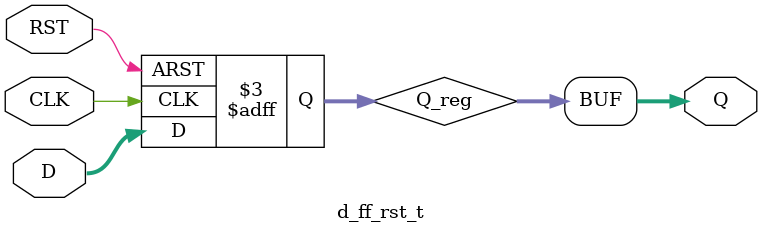
<source format=v>
/**
 *  Codasip s.r.o.
 * 
 *  CONFIDENTIAL
 * 
 *  Copyright 2024 Codasip s.r.o.
 * 
 *  All Rights Reserved.
 *  This file is part of the Codasip Studio product. No part of the Studio product, including this
 *  file, may be use, copied, modified, or distributed except in accordance with the terms contained
 *  in Codasip license agreement under which you obtained this file.
 * 
 *  \file
 *  \date    2024-02-27
 *  \author  Codasip (c) HW generator
 *  \version 9.4.2
 *  \brief   Contains definition of generic register with synchronous write, configurable reset and with no write enable signal.
 */

module d_ff_rst_t #(
    parameter integer BIT_WIDTH = 32'sd8,
    parameter [BIT_WIDTH-1:0] DEFAULT_VALUE = {BIT_WIDTH{1'b0}},
    parameter [0:0] RESET_LEVEL = 1'b0,
    parameter [0:0] RESET_SYNC = 1'b0
) (
    input  wire CLK,
    input  wire RST,
    input  wire [(BIT_WIDTH)-1:0] D,
    output wire [(BIT_WIDTH)-1:0] Q
);
    // local register holding the stored value
    reg [BIT_WIDTH-1:0] Q_reg;

    generate
        if ( RESET_SYNC ) begin : SYNC
            always @( posedge CLK ) begin
                if ( RST == RESET_LEVEL ) begin
                    Q_reg <= DEFAULT_VALUE;
                end else begin
                    Q_reg <= D;
                end
            end
        end else if ( RESET_LEVEL ) begin : ASYNC_HIGH
            always @( posedge CLK or posedge RST ) begin
                if ( RST == 1'b1 ) begin
                    Q_reg <= DEFAULT_VALUE;
                end else begin
                    Q_reg <= D;
                end
            end
        end else begin : ASYNC_LOW
            always @( posedge CLK or negedge RST ) begin
                if ( RST == 1'b0 ) begin
                    Q_reg <= DEFAULT_VALUE;
                end else begin
                    Q_reg <= D;
                end
            end
        end
    endgenerate

    assign Q = Q_reg;
endmodule // d_ff_rst_t

</source>
